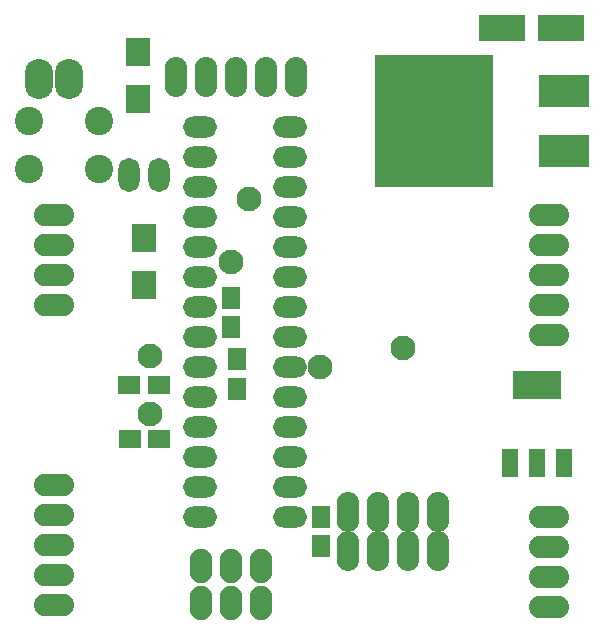
<source format=gbr>
G04 #@! TF.FileFunction,Soldermask,Bot*
%FSLAX46Y46*%
G04 Gerber Fmt 4.6, Leading zero omitted, Abs format (unit mm)*
G04 Created by KiCad (PCBNEW no-bzr-product) date 06/20/16 14:38:56*
%MOMM*%
%LPD*%
G01*
G04 APERTURE LIST*
%ADD10C,0.100000*%
%ADD11O,2.900000X1.800000*%
%ADD12C,2.100000*%
%ADD13O,1.900000X3.400000*%
%ADD14R,2.100000X2.400000*%
%ADD15R,3.900120X2.200860*%
%ADD16R,4.200000X2.700000*%
%ADD17R,9.950000X11.300000*%
%ADD18O,3.400000X1.900000*%
%ADD19C,2.400000*%
%ADD20O,1.900000X2.900000*%
%ADD21R,1.650000X1.900000*%
%ADD22R,4.057600X2.432000*%
%ADD23R,1.416000X2.432000*%
%ADD24O,1.800000X2.900000*%
%ADD25O,2.400000X3.400000*%
%ADD26R,1.900000X1.650000*%
G04 APERTURE END LIST*
D10*
D11*
X87022449Y-48392239D03*
X87022449Y-50932239D03*
X87022449Y-53472239D03*
X87022449Y-56012239D03*
X87022449Y-58552239D03*
X87022449Y-61092239D03*
X87022449Y-63632239D03*
X87022449Y-66172239D03*
X87022449Y-68712239D03*
X87022449Y-71252239D03*
X87022449Y-73792239D03*
X87022449Y-76332239D03*
X87022449Y-78872239D03*
X87022449Y-81412239D03*
X94642449Y-81412239D03*
X94642449Y-78872239D03*
X94642449Y-76332239D03*
X94642449Y-73792239D03*
X94642449Y-71252239D03*
X94642449Y-68712239D03*
X94642449Y-66172239D03*
X94642449Y-63632239D03*
X94642449Y-61092239D03*
X94642449Y-58552239D03*
X94642449Y-56012239D03*
X94642449Y-53472239D03*
X94642449Y-50932239D03*
X94642449Y-48392239D03*
D12*
X82804000Y-67790060D03*
X82804000Y-72671940D03*
D13*
X99568000Y-84347000D03*
X102108000Y-84347000D03*
X99568000Y-81007000D03*
X102108000Y-81007000D03*
X104648000Y-84347000D03*
X104648000Y-81007000D03*
X107188000Y-84347000D03*
X107188000Y-81007000D03*
D14*
X81788000Y-46069000D03*
X81788000Y-42069000D03*
D15*
X117561360Y-40005000D03*
X112562640Y-40005000D03*
D16*
X117856000Y-45339000D03*
X117856000Y-50419000D03*
D17*
X106806000Y-47879000D03*
D18*
X74676000Y-55880000D03*
X74676000Y-58420000D03*
X74676000Y-60960000D03*
X74676000Y-63500000D03*
D19*
X72486000Y-47943000D03*
X78486000Y-47943000D03*
X72486000Y-51943000D03*
X78486000Y-51943000D03*
D20*
X92202000Y-85552000D03*
X92202000Y-88692000D03*
X89662000Y-85552000D03*
X89662000Y-88692000D03*
X87122000Y-85552000D03*
X87122000Y-88692000D03*
D21*
X97282000Y-83927000D03*
X97282000Y-81427000D03*
D18*
X116586000Y-89027000D03*
X116586000Y-86487000D03*
X116586000Y-83947000D03*
X116586000Y-81407000D03*
D21*
X90170000Y-70592000D03*
X90170000Y-68092000D03*
D13*
X95123000Y-44196000D03*
X92583000Y-44196000D03*
X90043000Y-44196000D03*
X87503000Y-44196000D03*
X84963000Y-44196000D03*
D18*
X74676000Y-78740000D03*
X74676000Y-81280000D03*
X74676000Y-83820000D03*
X74676000Y-86360000D03*
X74676000Y-88900000D03*
X116586000Y-66040000D03*
X116586000Y-63500000D03*
X116586000Y-60960000D03*
X116586000Y-58420000D03*
X116586000Y-55880000D03*
D22*
X115570000Y-70231000D03*
D23*
X115570000Y-76835000D03*
X113284000Y-76835000D03*
X117856000Y-76835000D03*
D24*
X81026000Y-52451000D03*
X83566000Y-52451000D03*
D25*
X73406000Y-44323000D03*
X75946000Y-44323000D03*
D21*
X89662000Y-62885000D03*
X89662000Y-65385000D03*
D14*
X82296000Y-61817000D03*
X82296000Y-57817000D03*
D26*
X83526000Y-70231000D03*
X81026000Y-70231000D03*
X83546000Y-74803000D03*
X81046000Y-74803000D03*
D12*
X97131226Y-68697080D03*
X104229620Y-67142404D03*
X91186000Y-54483000D03*
X89662000Y-59817000D03*
M02*

</source>
